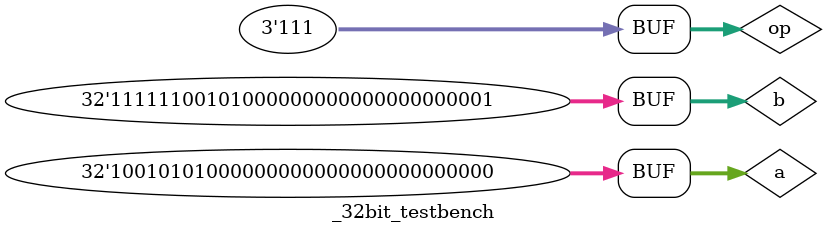
<source format=v>
 `define DELAY 20
module _32bit_testbench(); 
reg [31:0] a,b;
reg [2:0] op;
wire [31:0] sum;

elveda g1(a,b,op,sum);
initial begin
a = 32'b00000000000000000000000000000011; b = 32'b00000000000000000000000000000001; op = 000;
#`DELAY;
a = 32'b11111000000000000000000000000011; b = 32'b11111111111111111111111111111111; op = 001;
#`DELAY;
a = 32'b00000000000000000000000000000011; b = 32'b00000000000000000000000000000001; op = 010;
#`DELAY;
a = 32'b00000000000000000000000000000000; b = 32'b00000000000000000000000000000001; op = 100;
#`DELAY;
a = 32'b10000000000000000000000000000000; b = 32'b00000000000000000000000000000001; op = 100;
#`DELAY;
a = 32'b10010101000000000000000000000000; b = 32'b11111100101000000000000000000001; op = 101;
#`DELAY;
a = 32'b10010101000000000000000000000000; b = 32'b11111100101000000000000000000001; op = 110;
#`DELAY;
a = 32'b10010101000000000000000000000000; b = 32'b11111100101000000000000000000001; op = 111;
#`DELAY;
end
 
 
initial
begin
$monitor("time = %2d, a =%32b, b=%32b, op=%3b, sum=%32b", $time, a, b, op, sum);
end
 
endmodule
</source>
